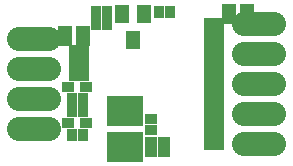
<source format=gbs>
G04 (created by PCBNEW (2013-04-19 BZR 4011)-stable) date 16/09/2014 14:10:46*
%MOIN*%
G04 Gerber Fmt 3.4, Leading zero omitted, Abs format*
%FSLAX34Y34*%
G01*
G70*
G90*
G04 APERTURE LIST*
%ADD10C,2.3622e-006*%
%ADD11R,0.0357X0.0436*%
%ADD12R,0.06X0.1*%
%ADD13R,0.0436X0.0357*%
%ADD14O,0.18X0.08*%
%ADD15R,0.0515X0.0594*%
%ADD16R,0.045X0.065*%
G04 APERTURE END LIST*
G54D10*
G54D11*
X88473Y-63200D03*
X88827Y-63200D03*
G54D12*
X89750Y-66100D03*
X89750Y-67300D03*
X89150Y-67300D03*
X89150Y-66100D03*
G54D11*
X87723Y-64500D03*
X88077Y-64500D03*
X88473Y-62800D03*
X88827Y-62800D03*
X90927Y-62800D03*
X90573Y-62800D03*
X87723Y-64900D03*
X88077Y-64900D03*
X88027Y-66100D03*
X87673Y-66100D03*
G54D13*
X90750Y-67477D03*
X90750Y-67123D03*
X90300Y-66727D03*
X90300Y-66373D03*
G54D11*
X92577Y-66400D03*
X92223Y-66400D03*
X92577Y-65600D03*
X92223Y-65600D03*
X92577Y-67200D03*
X92223Y-67200D03*
X92577Y-65200D03*
X92223Y-65200D03*
X92577Y-63200D03*
X92223Y-63200D03*
X92577Y-64000D03*
X92223Y-64000D03*
X92577Y-63600D03*
X92223Y-63600D03*
X92577Y-64800D03*
X92223Y-64800D03*
X92577Y-66800D03*
X92223Y-66800D03*
X92577Y-66000D03*
X92223Y-66000D03*
X92223Y-64400D03*
X92577Y-64400D03*
X87723Y-64100D03*
X88077Y-64100D03*
G54D14*
X93900Y-63200D03*
X93900Y-64200D03*
X93900Y-65200D03*
X93900Y-66200D03*
X93900Y-67200D03*
X86400Y-63700D03*
X86400Y-64700D03*
X86400Y-65700D03*
X86400Y-66700D03*
G54D13*
X90300Y-67123D03*
X90300Y-67477D03*
G54D15*
X89700Y-63733D03*
X90075Y-62867D03*
X89325Y-62867D03*
G54D16*
X92900Y-62850D03*
X93500Y-62850D03*
X88050Y-63600D03*
X87450Y-63600D03*
G54D11*
X88027Y-66900D03*
X87673Y-66900D03*
X87673Y-65700D03*
X88027Y-65700D03*
G54D13*
X88150Y-66500D03*
X87550Y-66500D03*
X87550Y-65300D03*
X88150Y-65300D03*
M02*

</source>
